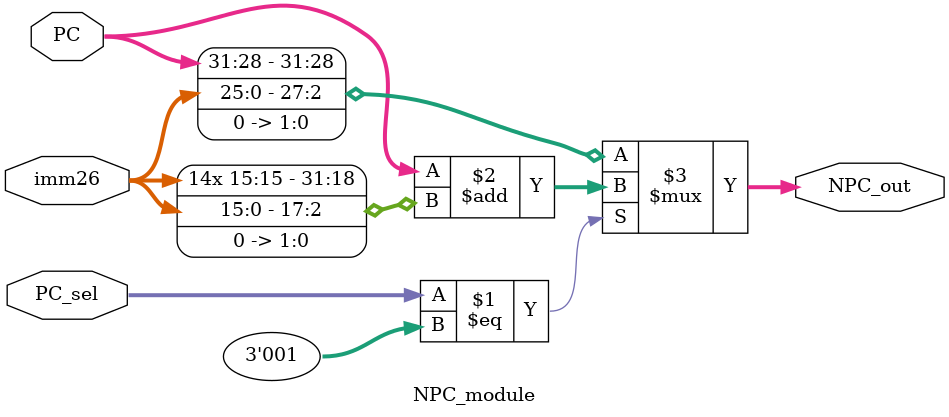
<source format=v>
`timescale 1ns / 1ps
module NPC_module(
	 input [31:0] PC,
    input [25:0] imm26,
    input [2:0] PC_sel,
    output [31:0] NPC_out
    );

	assign NPC_out = (PC_sel==1)?(PC+{{14{imm26[15]}},imm26[15:0],2'b00}):{PC[31:28],imm26,2'b00};//branch = 1 -> beq,else j/jal

endmodule

</source>
